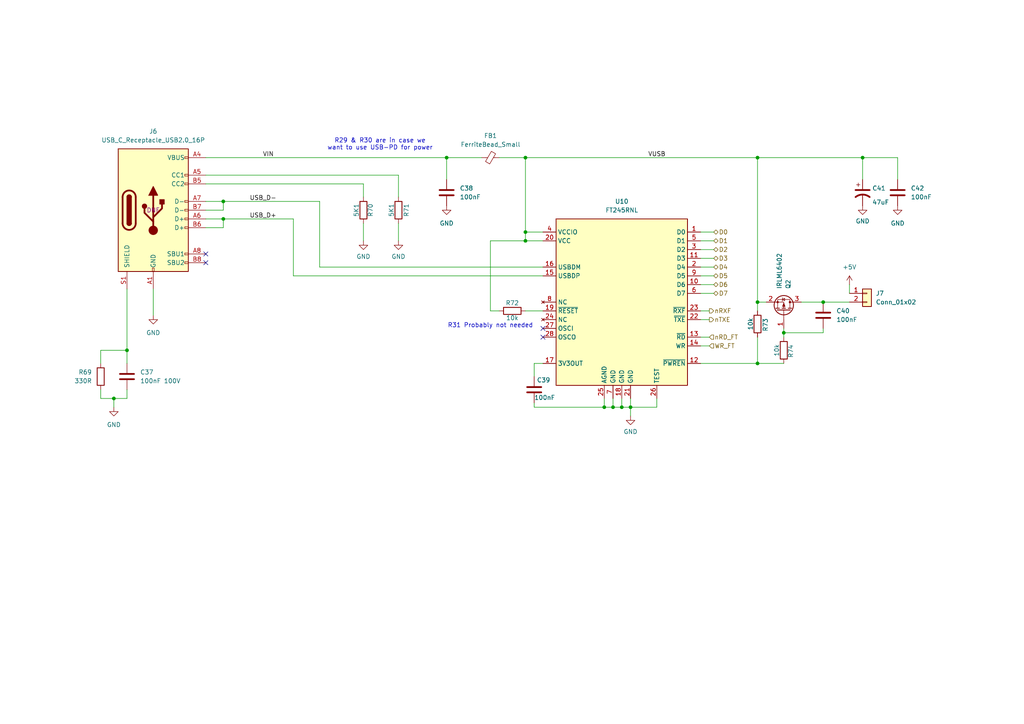
<source format=kicad_sch>
(kicad_sch (version 20250114) (generator "eeschema") (generator_version "9.0")
  (paper "A4")
  (lib_symbols
    (symbol "Connector:USB_C_Receptacle_USB2.0_16P" (pin_names (offset 1.016))
      (property "Reference" "J" (at 0 22.225 0))
      (property "Value" "USB_C_Receptacle_USB2.0_16P" (at 0 19.685 0))
      (symbol "USB_C_Receptacle_USB2.0_16P_0_0"
        (rectangle (start -0.254 -17.78) (end 0.254 -16.764))
        (rectangle (start 10.16 15.494) (end 9.144 14.986))
        (rectangle (start 10.16 10.414) (end 9.144 9.906))
        (rectangle (start 10.16 7.874) (end 9.144 7.366))
        (rectangle (start 10.16 2.794) (end 9.144 2.286))
        (rectangle (start 10.16 0.254) (end 9.144 -0.254))
        (rectangle (start 10.16 -2.286) (end 9.144 -2.794))
        (rectangle (start 10.16 -4.826) (end 9.144 -5.334))
        (rectangle (start 10.16 -12.446) (end 9.144 -12.954))
        (rectangle (start 10.16 -14.986) (end 9.144 -15.494))
      )
      (symbol "USB_C_Receptacle_USB2.0_16P_0_1"
        (rectangle (start -10.16 17.78) (end 10.16 -17.78) (stroke (width 0.254)) (fill (type background)))
        (polyline (pts (xy -8.89 -3.81) (xy -8.89 3.81)) (stroke (width 0.508)))
        (rectangle (start -7.62 -3.81) (end -6.35 3.81) (stroke (width 0.254)) (fill (type outline)))
        (arc (start -7.62 3.81) (mid -6.985 4.4423) (end -6.35 3.81) (stroke (width 0.254)))
        (arc (start -7.62 3.81) (mid -6.985 4.4423) (end -6.35 3.81) (stroke (width 0.254)) (fill (type outline)))
        (arc (start -8.89 3.81) (mid -6.985 5.7067) (end -5.08 3.81) (stroke (width 0.508)))
        (arc (start -5.08 -3.81) (mid -6.985 -5.7067) (end -8.89 -3.81) (stroke (width 0.508)))
        (arc (start -6.35 -3.81) (mid -6.985 -4.4423) (end -7.62 -3.81) (stroke (width 0.254)))
        (arc (start -6.35 -3.81) (mid -6.985 -4.4423) (end -7.62 -3.81) (stroke (width 0.254)) (fill (type outline)))
        (polyline (pts (xy -5.08 3.81) (xy -5.08 -3.81)) (stroke (width 0.508)))
        (circle (center -2.54 1.143) (radius 0.635) (stroke (width 0.254)) (fill (type outline)))
        (polyline (pts (xy -1.27 4.318) (xy 0 6.858) (xy 1.27 4.318) (xy -1.27 4.318)) (stroke (width 0.254)) (fill (type outline)))
        (polyline (pts (xy 0 -2.032) (xy 2.54 0.508) (xy 2.54 1.778)) (stroke (width 0.508)))
        (polyline (pts (xy 0 -3.302) (xy -2.54 -0.762) (xy -2.54 0.508)) (stroke (width 0.508)))
        (polyline (pts (xy 0 -5.842) (xy 0 4.318)) (stroke (width 0.508)))
        (circle (center 0 -5.842) (radius 1.27) (fill (type outline)))
        (rectangle (start 1.905 1.778) (end 3.175 3.048) (stroke (width 0.254)) (fill (type outline)))
      )
      (symbol "USB_C_Receptacle_USB2.0_16P_1_1"
        (pin passive line (at -7.62 -22.86 90) (length 5.08) (name "SHIELD") (number "S1"))
        (pin passive line (at 0 -22.86 90) (length 5.08) (name "GND") (number "A1"))
        (pin passive line (at 0 -22.86 90) (length 5.08) (hide yes) (name "GND") (number "A12"))
        (pin passive line (at 0 -22.86 90) (length 5.08) (hide yes) (name "GND") (number "B1"))
        (pin passive line (at 0 -22.86 90) (length 5.08) (hide yes) (name "GND") (number "B12"))
        (pin passive line (at 15.24 15.24 180) (length 5.08) (name "VBUS") (number "A4"))
        (pin passive line (at 15.24 15.24 180) (length 5.08) (hide yes) (name "VBUS") (number "A9"))
        (pin passive line (at 15.24 15.24 180) (length 5.08) (hide yes) (name "VBUS") (number "B4"))
        (pin passive line (at 15.24 15.24 180) (length 5.08) (hide yes) (name "VBUS") (number "B9"))
        (pin bidirectional line (at 15.24 10.16 180) (length 5.08) (name "CC1") (number "A5"))
        (pin bidirectional line (at 15.24 7.62 180) (length 5.08) (name "CC2") (number "B5"))
        (pin bidirectional line (at 15.24 2.54 180) (length 5.08) (name "D-") (number "A7"))
        (pin bidirectional line (at 15.24 0 180) (length 5.08) (name "D-") (number "B7"))
        (pin bidirectional line (at 15.24 -2.54 180) (length 5.08) (name "D+") (number "A6"))
        (pin bidirectional line (at 15.24 -5.08 180) (length 5.08) (name "D+") (number "B6"))
        (pin bidirectional line (at 15.24 -12.7 180) (length 5.08) (name "SBU1") (number "A8"))
        (pin bidirectional line (at 15.24 -15.24 180) (length 5.08) (name "SBU2") (number "B8"))
      )
    )
    (symbol "Connector_Generic:Conn_01x02" (pin_names (offset 1.016) (hide yes))
      (property "Reference" "J" (at 0 2.54 0))
      (property "Value" "Conn_01x02" (at 0 -5.08 0))
      (symbol "Conn_01x02_1_1"
        (rectangle (start -1.27 1.27) (end 1.27 -3.81) (stroke (width 0.254)) (fill (type background)))
        (rectangle (start -1.27 0.127) (end 0 -0.127) (stroke (width 0.1524)))
        (rectangle (start -1.27 -2.413) (end 0 -2.667) (stroke (width 0.1524)))
        (pin passive line (at -5.08 0 0) (length 3.81) (name "Pin_1") (number "1"))
        (pin passive line (at -5.08 -2.54 0) (length 3.81) (name "Pin_2") (number "2"))
      )
    )
    (symbol "Device:C" (pin_numbers (hide yes)) (pin_names (offset 0.254))
      (property "Reference" "C" (at 0.635 2.54 0))
      (property "Value" "C" (at 0.635 -2.54 0))
      (symbol "C_0_1"
        (polyline (pts (xy -2.032 0.762) (xy 2.032 0.762)) (stroke (width 0.508)))
        (polyline (pts (xy -2.032 -0.762) (xy 2.032 -0.762)) (stroke (width 0.508)))
      )
      (symbol "C_1_1"
        (pin passive line (at 0 3.81 270) (length 2.794) (name "~") (number "1"))
        (pin passive line (at 0 -3.81 90) (length 2.794) (name "~") (number "2"))
      )
    )
    (symbol "Device:C_Polarized_US" (pin_numbers (hide yes)) (pin_names (offset 0.254) (hide yes))
      (property "Reference" "C" (at 0.635 2.54 0))
      (property "Value" "C_Polarized_US" (at 0.635 -2.54 0))
      (symbol "C_Polarized_US_0_1"
        (polyline (pts (xy -2.032 0.762) (xy 2.032 0.762)) (stroke (width 0.508)))
        (polyline (pts (xy -1.778 2.286) (xy -0.762 2.286)))
        (polyline (pts (xy -1.27 1.778) (xy -1.27 2.794)))
        (arc (start -2.032 -1.27) (mid 0 -0.5572) (end 2.032 -1.27) (stroke (width 0.508)))
      )
      (symbol "C_Polarized_US_1_1"
        (pin passive line (at 0 3.81 270) (length 2.794) (name "~") (number "1"))
        (pin passive line (at 0 -3.81 90) (length 3.302) (name "~") (number "2"))
      )
    )
    (symbol "Device:FerriteBead_Small" (pin_numbers (hide yes)) (pin_names (offset 0))
      (property "Reference" "FB" (at 1.905 1.27 0))
      (property "Value" "FerriteBead_Small" (at 1.905 -1.27 0))
      (symbol "FerriteBead_Small_0_1"
        (polyline (pts (xy -1.8288 0.2794) (xy -1.1176 1.4986) (xy 1.8288 -0.2032) (xy 1.1176 -1.4224) (xy -1.8288 0.2794)))
        (polyline (pts (xy 0 0.889) (xy 0 1.2954)))
        (polyline (pts (xy 0 -1.27) (xy 0 -0.7874)))
      )
      (symbol "FerriteBead_Small_1_1"
        (pin passive line (at 0 2.54 270) (length 1.27) (name "~") (number "1"))
        (pin passive line (at 0 -2.54 90) (length 1.27) (name "~") (number "2"))
      )
    )
    (symbol "Device:R" (pin_numbers (hide yes)) (pin_names (offset 0))
      (property "Reference" "R" (at 2.032 0 90))
      (property "Value" "R" (at 0 0 90))
      (symbol "R_0_1"
        (rectangle (start -1.016 -2.54) (end 1.016 2.54) (stroke (width 0.254)))
      )
      (symbol "R_1_1"
        (pin passive line (at 0 3.81 270) (length 1.27) (name "~") (number "1"))
        (pin passive line (at 0 -3.81 90) (length 1.27) (name "~") (number "2"))
      )
    )
    (symbol "Jaynes Stuff:FT245RNL"
      (property "Reference" "U" (at -19.05 25.4 0))
      (property "Value" "FT245RNL" (at 10.16 25.4 0))
      (symbol "FT245RNL_0_1"
        (rectangle (start -19.05 24.13) (end 19.05 -24.13) (stroke (width 0.254)) (fill (type background)))
      )
      (symbol "FT245RNL_1_1"
        (pin power_in line (at -22.86 20.32 0) (length 3.81) (name "VCCIO") (number "4"))
        (pin power_in line (at -22.86 17.78 0) (length 3.81) (name "VCC") (number "20"))
        (pin bidirectional line (at -22.86 10.16 0) (length 3.81) (name "USBDM") (number "16"))
        (pin bidirectional line (at -22.86 7.62 0) (length 3.81) (name "USBDP") (number "15"))
        (pin no_connect line (at -22.86 0 0) (length 3.81) (name "NC") (number "8"))
        (pin input line (at -22.86 -2.54 0) (length 3.81) (name "~{RESET}") (number "19"))
        (pin no_connect line (at -22.86 -5.08 0) (length 3.81) (name "NC") (number "24"))
        (pin input line (at -22.86 -7.62 0) (length 3.81) (name "OSCI") (number "27"))
        (pin output line (at -22.86 -10.16 0) (length 3.81) (name "OSCO") (number "28"))
        (pin power_out line (at -22.86 -17.78 0) (length 3.81) (name "3V3OUT") (number "17"))
        (pin power_in line (at -5.08 -27.94 90) (length 3.81) (name "AGND") (number "25"))
        (pin power_in line (at -2.54 -27.94 90) (length 3.81) (name "GND") (number "7"))
        (pin power_in line (at 0 -27.94 90) (length 3.81) (name "GND") (number "18"))
        (pin power_in line (at 2.54 -27.94 90) (length 3.81) (name "GND") (number "21"))
        (pin input line (at 10.16 -27.94 90) (length 3.81) (name "TEST") (number "26"))
        (pin bidirectional line (at 22.86 20.32 180) (length 3.81) (name "D0") (number "1"))
        (pin bidirectional line (at 22.86 17.78 180) (length 3.81) (name "D1") (number "5"))
        (pin bidirectional line (at 22.86 15.24 180) (length 3.81) (name "D2") (number "3"))
        (pin bidirectional line (at 22.86 12.7 180) (length 3.81) (name "D3") (number "11"))
        (pin bidirectional line (at 22.86 10.16 180) (length 3.81) (name "D4") (number "2"))
        (pin bidirectional line (at 22.86 7.62 180) (length 3.81) (name "D5") (number "9"))
        (pin bidirectional line (at 22.86 5.08 180) (length 3.81) (name "D6") (number "10"))
        (pin bidirectional line (at 22.86 2.54 180) (length 3.81) (name "D7") (number "6"))
        (pin output line (at 22.86 -2.54 180) (length 3.81) (name "~{RXF}") (number "23"))
        (pin output line (at 22.86 -5.08 180) (length 3.81) (name "~{TXE}") (number "22"))
        (pin input line (at 22.86 -10.16 180) (length 3.81) (name "~{RD}") (number "13"))
        (pin input line (at 22.86 -12.7 180) (length 3.81) (name "WR") (number "14"))
        (pin output line (at 22.86 -17.78 180) (length 3.81) (name "~{PWREN}") (number "12"))
      )
    )
    (symbol "Transistor_FET:IRLML6402" (pin_names (hide yes))
      (property "Reference" "Q" (at 5.08 1.905 0))
      (property "Value" "IRLML6402" (at 5.08 0 0))
      (symbol "IRLML6402_0_1"
        (polyline (pts (xy 0.254 1.905) (xy 0.254 -1.905)) (stroke (width 0.254)))
        (polyline (pts (xy 0.254 0) (xy -2.54 0)))
        (polyline (pts (xy 0.762 2.286) (xy 0.762 1.27)) (stroke (width 0.254)))
        (polyline (pts (xy 0.762 1.778) (xy 3.302 1.778) (xy 3.302 -1.778) (xy 0.762 -1.778)))
        (polyline (pts (xy 0.762 0.508) (xy 0.762 -0.508)) (stroke (width 0.254)))
        (polyline (pts (xy 0.762 -1.27) (xy 0.762 -2.286)) (stroke (width 0.254)))
        (circle (center 1.651 0) (radius 2.794) (stroke (width 0.254)))
        (polyline (pts (xy 2.286 0) (xy 1.27 0.381) (xy 1.27 -0.381) (xy 2.286 0)) (fill (type outline)))
        (polyline (pts (xy 2.54 2.54) (xy 2.54 1.778)))
        (circle (center 2.54 1.778) (radius 0.254) (fill (type outline)))
        (circle (center 2.54 -1.778) (radius 0.254) (fill (type outline)))
        (polyline (pts (xy 2.54 -2.54) (xy 2.54 0) (xy 0.762 0)))
        (polyline (pts (xy 2.794 -0.508) (xy 2.921 -0.381) (xy 3.683 -0.381) (xy 3.81 -0.254)))
        (polyline (pts (xy 3.302 -0.381) (xy 2.921 0.254) (xy 3.683 0.254) (xy 3.302 -0.381)))
      )
      (symbol "IRLML6402_1_1"
        (pin input line (at -5.08 0 0) (length 2.54) (name "G") (number "1"))
        (pin passive line (at 2.54 5.08 270) (length 2.54) (name "D") (number "3"))
        (pin passive line (at 2.54 -5.08 90) (length 2.54) (name "S") (number "2"))
      )
    )
    (symbol "power:+5V" (power) (pin_names (offset 0))
      (property "Value" "+5V" (at 0 3.556 0))
      (symbol "+5V_0_1"
        (polyline (pts (xy -0.762 1.27) (xy 0 2.54)))
        (polyline (pts (xy 0 2.54) (xy 0.762 1.27)))
        (polyline (pts (xy 0 0) (xy 0 2.54)))
      )
      (symbol "+5V_1_1"
        (pin power_in line (at 0 0 90) (length 0) (hide yes) (name "+5V") (number "1"))
      )
    )
    (symbol "power:GND" (power) (pin_names (offset 0))
      (property "Value" "GND" (at 0 -3.81 0))
      (symbol "GND_0_1"
        (polyline (pts (xy 0 0) (xy 0 -1.27) (xy 1.27 -1.27) (xy 0 -2.54) (xy -1.27 -1.27) (xy 0 -1.27)))
      )
      (symbol "GND_1_1"
        (pin power_in line (at 0 0 270) (length 0) (hide yes) (name "GND") (number "1"))
      )
    )
  )
  (text "R31 Probably not needed" (at 142.24 94.488 0) (effects (font (size 1.27 1.27))))
  (text "R29 & R30 are in case we\nwant to use USB-PD for power" (at 110.236 41.91 0) (effects (font (size 1.27 1.27))))
  (junction (at 180.34 118.11))
  (junction (at 64.77 63.5))
  (junction (at 177.8 118.11))
  (junction (at 250.19 45.72))
  (junction (at 129.54 45.72))
  (junction (at 64.77 58.42))
  (junction (at 182.88 118.11))
  (junction (at 219.71 87.63))
  (junction (at 219.71 45.72))
  (junction (at 219.71 105.41))
  (junction (at 175.26 118.11))
  (junction (at 33.02 115.57))
  (junction (at 152.4 67.31))
  (junction (at 227.33 96.52))
  (junction (at 238.76 87.63))
  (junction (at 152.4 45.72))
  (junction (at 152.4 69.85))
  (junction (at 36.83 101.6))
  (no_connect (at 157.48 97.79))
  (no_connect (at 157.48 95.25))
  (no_connect (at 59.69 73.66))
  (no_connect (at 59.69 76.2))
  (wire (pts (xy 33.02 115.57) (xy 36.83 115.57)))
  (wire (pts (xy 154.94 118.11) (xy 154.94 116.84)))
  (wire (pts (xy 59.69 63.5) (xy 64.77 63.5)))
  (wire (pts (xy 36.83 115.57) (xy 36.83 113.03)))
  (wire (pts (xy 85.09 63.5) (xy 85.09 80.01)))
  (wire (pts (xy 152.4 67.31) (xy 157.48 67.31)))
  (wire (pts (xy 142.24 69.85) (xy 152.4 69.85)))
  (wire (pts (xy 180.34 115.57) (xy 180.34 118.11)))
  (wire (pts (xy 219.71 105.41) (xy 227.33 105.41)))
  (wire (pts (xy 205.74 97.79) (xy 203.2 97.79)))
  (wire (pts (xy 205.74 90.17) (xy 203.2 90.17)))
  (wire (pts (xy 59.69 45.72) (xy 129.54 45.72)))
  (wire (pts (xy 29.21 105.41) (xy 29.21 101.6)))
  (wire (pts (xy 85.09 80.01) (xy 157.48 80.01)))
  (wire (pts (xy 238.76 96.52) (xy 238.76 95.25)))
  (wire (pts (xy 92.71 77.47) (xy 92.71 58.42)))
  (wire (pts (xy 175.26 118.11) (xy 154.94 118.11)))
  (wire (pts (xy 219.71 45.72) (xy 219.71 87.63)))
  (wire (pts (xy 227.33 96.52) (xy 227.33 97.79)))
  (wire (pts (xy 29.21 101.6) (xy 36.83 101.6)))
  (wire (pts (xy 175.26 118.11) (xy 177.8 118.11)))
  (wire (pts (xy 92.71 58.42) (xy 64.77 58.42)))
  (wire (pts (xy 152.4 45.72) (xy 152.4 67.31)))
  (wire (pts (xy 59.69 60.96) (xy 64.77 60.96)))
  (wire (pts (xy 36.83 105.41) (xy 36.83 101.6)))
  (wire (pts (xy 59.69 66.04) (xy 64.77 66.04)))
  (wire (pts (xy 207.01 82.55) (xy 203.2 82.55)))
  (wire (pts (xy 129.54 45.72) (xy 129.54 52.07)))
  (wire (pts (xy 207.01 69.85) (xy 203.2 69.85)))
  (wire (pts (xy 157.48 77.47) (xy 92.71 77.47)))
  (wire (pts (xy 105.41 64.77) (xy 105.41 69.85)))
  (wire (pts (xy 207.01 80.01) (xy 203.2 80.01)))
  (wire (pts (xy 33.02 115.57) (xy 33.02 118.11)))
  (wire (pts (xy 152.4 45.72) (xy 219.71 45.72)))
  (wire (pts (xy 36.83 101.6) (xy 36.83 83.82)))
  (wire (pts (xy 144.78 45.72) (xy 152.4 45.72)))
  (wire (pts (xy 29.21 115.57) (xy 33.02 115.57)))
  (wire (pts (xy 59.69 50.8) (xy 115.57 50.8)))
  (wire (pts (xy 182.88 118.11) (xy 182.88 120.65)))
  (wire (pts (xy 144.78 90.17) (xy 142.24 90.17)))
  (wire (pts (xy 219.71 87.63) (xy 219.71 90.17)))
  (wire (pts (xy 250.19 45.72) (xy 260.35 45.72)))
  (wire (pts (xy 152.4 90.17) (xy 157.48 90.17)))
  (wire (pts (xy 190.5 115.57) (xy 190.5 118.11)))
  (wire (pts (xy 115.57 50.8) (xy 115.57 57.15)))
  (wire (pts (xy 182.88 118.11) (xy 190.5 118.11)))
  (wire (pts (xy 207.01 67.31) (xy 203.2 67.31)))
  (wire (pts (xy 64.77 66.04) (xy 64.77 63.5)))
  (wire (pts (xy 227.33 95.25) (xy 227.33 96.52)))
  (wire (pts (xy 115.57 64.77) (xy 115.57 69.85)))
  (wire (pts (xy 207.01 77.47) (xy 203.2 77.47)))
  (wire (pts (xy 207.01 74.93) (xy 203.2 74.93)))
  (wire (pts (xy 29.21 113.03) (xy 29.21 115.57)))
  (wire (pts (xy 44.45 83.82) (xy 44.45 91.44)))
  (wire (pts (xy 205.74 100.33) (xy 203.2 100.33)))
  (wire (pts (xy 177.8 115.57) (xy 177.8 118.11)))
  (wire (pts (xy 154.94 105.41) (xy 157.48 105.41)))
  (wire (pts (xy 154.94 109.22) (xy 154.94 105.41)))
  (wire (pts (xy 64.77 63.5) (xy 85.09 63.5)))
  (wire (pts (xy 64.77 58.42) (xy 59.69 58.42)))
  (wire (pts (xy 64.77 60.96) (xy 64.77 58.42)))
  (wire (pts (xy 250.19 45.72) (xy 250.19 52.07)))
  (wire (pts (xy 227.33 96.52) (xy 238.76 96.52)))
  (wire (pts (xy 142.24 90.17) (xy 142.24 69.85)))
  (wire (pts (xy 152.4 67.31) (xy 152.4 69.85)))
  (wire (pts (xy 182.88 115.57) (xy 182.88 118.11)))
  (wire (pts (xy 238.76 87.63) (xy 246.38 87.63)))
  (wire (pts (xy 152.4 69.85) (xy 157.48 69.85)))
  (wire (pts (xy 129.54 45.72) (xy 139.7 45.72)))
  (wire (pts (xy 219.71 105.41) (xy 203.2 105.41)))
  (wire (pts (xy 175.26 115.57) (xy 175.26 118.11)))
  (wire (pts (xy 246.38 82.55) (xy 246.38 85.09)))
  (wire (pts (xy 180.34 118.11) (xy 182.88 118.11)))
  (wire (pts (xy 105.41 53.34) (xy 105.41 57.15)))
  (wire (pts (xy 219.71 97.79) (xy 219.71 105.41)))
  (wire (pts (xy 207.01 72.39) (xy 203.2 72.39)))
  (wire (pts (xy 205.74 92.71) (xy 203.2 92.71)))
  (wire (pts (xy 207.01 85.09) (xy 203.2 85.09)))
  (wire (pts (xy 219.71 87.63) (xy 222.25 87.63)))
  (wire (pts (xy 219.71 45.72) (xy 250.19 45.72)))
  (wire (pts (xy 232.41 87.63) (xy 238.76 87.63)))
  (wire (pts (xy 177.8 118.11) (xy 180.34 118.11)))
  (wire (pts (xy 260.35 45.72) (xy 260.35 52.07)))
  (wire (pts (xy 59.69 53.34) (xy 105.41 53.34)))
  (label "VUSB" (at 187.96 45.72 0))
  (label "VIN" (at 76.2 45.72 0))
  (label "USB_D+" (at 72.39 63.5 0))
  (label "USB_D-" (at 72.39 58.42 0))
  (hierarchical_label "D0" (shape bidirectional) (at 207.01 67.31 0))
  (hierarchical_label "WR_FT" (shape input) (at 205.74 100.33 0))
  (hierarchical_label "D6" (shape bidirectional) (at 207.01 82.55 0))
  (hierarchical_label "nRD_FT" (shape input) (at 205.74 97.79 0))
  (hierarchical_label "D5" (shape bidirectional) (at 207.01 80.01 0))
  (hierarchical_label "D4" (shape bidirectional) (at 207.01 77.47 0))
  (hierarchical_label "D2" (shape bidirectional) (at 207.01 72.39 0))
  (hierarchical_label "nRXF" (shape output) (at 205.74 90.17 0))
  (hierarchical_label "D7" (shape bidirectional) (at 207.01 85.09 0))
  (hierarchical_label "nTXE" (shape output) (at 205.74 92.71 0))
  (hierarchical_label "D3" (shape bidirectional) (at 207.01 74.93 0))
  (hierarchical_label "D1" (shape bidirectional) (at 207.01 69.85 0))
  (symbol (lib_id "Connector:USB_C_Receptacle_USB2.0_16P") (at 44.45 60.96 0) (unit 1)
    (property "Reference" "J6" (at 44.45 38.1 0))
    (property "Value" "USB_C_Receptacle_USB2.0_16P" (at 44.45 40.64 0))
    (property "Footprint" "Connector_USB:USB_C_Receptacle_HCTL_HC-TYPE-C-16P-01A" (effects (hide yes)))
    (property "Datasheet" "https://www.usb.org/sites/default/files/documents/usb_type-c.zip" (effects (hide yes)))
    (property "Description" "USB 2.0-only 16P Type-C Receptacle connector" (effects (hide yes)))
    (property "LCSC" "DNF" (at 44.45 60.96 0))
  )
  (symbol (lib_id "Connector_Generic:Conn_01x02") (at 251.46 85.09 0) (unit 1)
    (property "Reference" "J7" (at 254 85.0899 0) (effects (justify left)))
    (property "Value" "Conn_01x02" (at 254 87.6299 0) (effects (justify left)))
    (property "Footprint" "Connector_PinHeader_2.54mm:PinHeader_1x02_P2.54mm_Horizontal" (effects (hide yes)))
    (property "Description" "Generic connector, single row, 01x02, script generated (kicad-library-utils/schlib/autogen/connector/)" (effects (hide yes)))
    (property "LCSC" "DNF" (effects (hide yes)))
  )
  (symbol (lib_id "Device:R") (at 115.57 60.96 180) (unit 1)
    (property "Reference" "R71" (at 117.856 60.96 90))
    (property "Value" "5K1" (at 113.538 60.96 90))
    (property "Footprint" "Resistor_SMD:R_0402_1005Metric" (effects (hide yes)))
    (property "LCSC" "DNF" (effects (hide yes)))
  )
  (symbol (lib_id "Device:C") (at 36.83 109.22 0) (unit 1)
    (property "Reference" "C37" (at 40.64 107.9499 0) (effects (justify left)))
    (property "Value" "100nF 100V" (at 40.64 110.4899 0) (effects (justify left)))
    (property "Footprint" "Capacitor_SMD:C_0603_1608Metric" (effects (hide yes)))
    (property "Description" "Unpolarized capacitor" (effects (hide yes)))
    (property "LCSC" "C113803" (effects (hide yes)))
  )
  (symbol (lib_id "Device:R") (at 227.33 101.6 180) (unit 1)
    (property "Reference" "R74" (at 229.362 101.854 90))
    (property "Value" "10k" (at 225.298 101.6 90))
    (property "Footprint" "Resistor_SMD:R_0402_1005Metric" (effects (hide yes)))
    (property "LCSC" "C25744" (effects (hide yes)))
  )
  (symbol (lib_id "Device:C") (at 154.94 113.03 0) (unit 1)
    (property "Reference" "C39" (at 155.702 110.236 0) (effects (justify left)))
    (property "Value" "100nF" (at 154.94 115.316 0) (effects (justify left)))
    (property "Footprint" "Capacitor_SMD:C_0603_1608Metric" (effects (hide yes)))
    (property "LCSC" "C113803" (effects (hide yes)))
  )
  (symbol (lib_id "power:GND") (at 105.41 69.85 0) (unit 1)
    (property "Reference" "#PWR0154" (effects (hide yes)))
    (property "Value" "GND" (at 105.41 74.4125 0))
  )
  (symbol (lib_id "power:+5V") (at 246.38 82.55 0) (mirror y) (unit 1)
    (property "Reference" "#PWR0158" (effects (hide yes)))
    (property "Value" "+5V" (at 246.38 77.47 0))
  )
  (symbol (lib_id "power:GND") (at 250.19 59.69 0) (unit 1)
    (property "Reference" "#PWR0159" (effects (hide yes)))
    (property "Value" "GND" (at 250.19 64.135 0))
  )
  (symbol (lib_id "Device:R") (at 105.41 60.96 180) (unit 1)
    (property "Reference" "R70" (at 107.442 60.96 90))
    (property "Value" "5K1" (at 103.378 60.96 90))
    (property "Footprint" "Resistor_SMD:R_0402_1005Metric" (effects (hide yes)))
    (property "LCSC" "DNF" (effects (hide yes)))
  )
  (symbol (lib_id "power:GND") (at 260.35 59.69 0) (unit 1)
    (property "Reference" "#PWR0160" (effects (hide yes)))
    (property "Value" "GND" (at 260.35 64.77 0))
  )
  (symbol (lib_id "Device:R") (at 29.21 109.22 0) (mirror x) (unit 1)
    (property "Reference" "R69" (at 26.67 107.9499 0) (effects (justify right)))
    (property "Value" "330R" (at 26.67 110.4899 0) (effects (justify right)))
    (property "Footprint" "Resistor_SMD:R_0402_1005Metric" (effects (hide yes)))
    (property "Description" "Resistor" (effects (hide yes)))
    (property "LCSC" "C25104" (effects (hide yes)))
  )
  (symbol (lib_id "power:GND") (at 33.02 118.11 0) (unit 1)
    (property "Reference" "#PWR0152" (effects (hide yes)))
    (property "Value" "GND" (at 33.02 123.19 0))
    (property "Description" "Power symbol creates a global label with name \"GND\" , ground" (effects (hide yes)))
  )
  (symbol (lib_id "Jaynes Stuff:FT245RNL") (at 180.34 87.63 0) (unit 1)
    (property "Reference" "U10" (at 180.34 58.42 0))
    (property "Value" "FT245RNL" (at 180.34 60.96 0))
    (property "Footprint" "Package_SO:SSOP-28_5.3x10.2mm_P0.65mm" (effects (hide yes)))
    (property "Datasheet" "https://www.ftdichip.com/Support/Documents/DataSheets/ICs/DS_FT245BM.pdf" (effects (hide yes)))
    (property "Description" "Full Speed USB to 8-Bit FIFO, LQFP-32" (effects (hide yes)))
    (property "LCSC" "C6558294" (effects (hide yes)))
    (property "Mouser Part Number" "895-FT245RNL-REEL" (effects (hide yes)))
  )
  (symbol (lib_id "power:GND") (at 115.57 69.85 0) (unit 1)
    (property "Reference" "#PWR0155" (effects (hide yes)))
    (property "Value" "GND" (at 115.57 74.4125 0))
  )
  (symbol (lib_id "Device:C_Polarized_US") (at 250.19 55.88 0) (unit 1)
    (property "Reference" "C41" (at 252.984 54.61 0) (effects (justify left)))
    (property "Value" "47uF" (at 252.984 58.674 0) (effects (justify left)))
    (property "Footprint" "Capacitor_SMD:C_1206_3216Metric" (effects (hide yes)))
    (property "LCSC" "C96123" (effects (hide yes)))
  )
  (symbol (lib_id "power:GND") (at 129.54 59.69 0) (unit 1)
    (property "Reference" "#PWR0156" (effects (hide yes)))
    (property "Value" "GND" (at 129.54 64.77 0))
  )
  (symbol (lib_id "Device:R") (at 148.59 90.17 270) (unit 1)
    (property "Reference" "R72" (at 148.59 87.884 90))
    (property "Value" "10k" (at 148.59 92.202 90))
    (property "Footprint" "Resistor_SMD:R_0402_1005Metric" (effects (hide yes)))
    (property "LCSC" "DNF" (effects (hide yes)))
  )
  (symbol (lib_id "Device:R") (at 219.71 93.98 180) (unit 1)
    (property "Reference" "R73" (at 221.996 94.234 90))
    (property "Value" "10k" (at 217.678 93.98 90))
    (property "Footprint" "Resistor_SMD:R_0402_1005Metric" (effects (hide yes)))
    (property "LCSC" "C25744" (effects (hide yes)))
  )
  (symbol (lib_id "power:GND") (at 44.45 91.44 0) (unit 1)
    (property "Reference" "#PWR0153" (effects (hide yes)))
    (property "Value" "GND" (at 44.45 96.52 0))
    (property "Description" "Power symbol creates a global label with name \"GND\" , ground" (effects (hide yes)))
  )
  (symbol (lib_id "power:GND") (at 182.88 120.65 0) (unit 1)
    (property "Reference" "#PWR0157" (effects (hide yes)))
    (property "Value" "GND" (at 182.88 125.2125 0))
  )
  (symbol (lib_id "Device:C") (at 129.54 55.88 0) (unit 1)
    (property "Reference" "C38" (at 133.35 54.6099 0) (effects (justify left)))
    (property "Value" "100nF" (at 133.35 57.1499 0) (effects (justify left)))
    (property "Footprint" "Capacitor_SMD:C_0805_2012Metric" (effects (hide yes)))
    (property "Description" "Unpolarized capacitor" (effects (hide yes)))
    (property "LCSC" "C49678" (effects (hide yes)))
  )
  (symbol (lib_id "Device:FerriteBead_Small") (at 142.24 45.72 270) (unit 1)
    (property "Reference" "FB1" (at 142.2781 39.37 90))
    (property "Value" "FerriteBead_Small" (at 142.2781 41.91 90))
    (property "Footprint" "Inductor_SMD:L_0805_2012Metric_Pad1.05x1.20mm_HandSolder" (effects (hide yes)))
    (property "Description" "Ferrite bead, small symbol" (effects (hide yes)))
    (property "LCSC" "DNF" (effects (hide yes)))
  )
  (symbol (lib_id "Device:C") (at 260.35 55.88 0) (unit 1)
    (property "Reference" "C42" (at 264.16 54.6099 0) (effects (justify left)))
    (property "Value" "100nF" (at 264.16 57.1499 0) (effects (justify left)))
    (property "Footprint" "Capacitor_SMD:C_0805_2012Metric" (effects (hide yes)))
    (property "Description" "Unpolarized capacitor" (effects (hide yes)))
    (property "LCSC" "C49678" (effects (hide yes)))
  )
  (symbol (lib_id "Device:C") (at 238.76 91.44 0) (unit 1)
    (property "Reference" "C40" (at 242.57 90.1699 0) (effects (justify left)))
    (property "Value" "100nF" (at 242.57 92.7099 0) (effects (justify left)))
    (property "Footprint" "Capacitor_SMD:C_0603_1608Metric" (effects (hide yes)))
    (property "LCSC" "C113803" (effects (hide yes)))
  )
  (symbol (lib_id "Transistor_FET:IRLML6402") (at 227.33 90.17 270) (mirror x) (unit 1)
    (property "Reference" "Q2" (at 228.6001 83.82 0) (effects (justify left)))
    (property "Value" "IRLML6402" (at 226.0601 83.82 0) (effects (justify left)))
    (property "Footprint" "Package_TO_SOT_SMD:SOT-23" (effects (hide yes)))
    (property "Datasheet" "https://www.infineon.com/dgdl/irlml6402pbf.pdf?fileId=5546d462533600a401535668d5c2263c" (effects (hide yes)))
    (property "Description" "-3.7A Id, -20V Vds, 65mOhm Rds, P-Channel HEXFET Power MOSFET, SOT-23" (effects (hide yes)))
    (property "LCSC" "C2593" (effects (hide yes)))
  )
)
</source>
